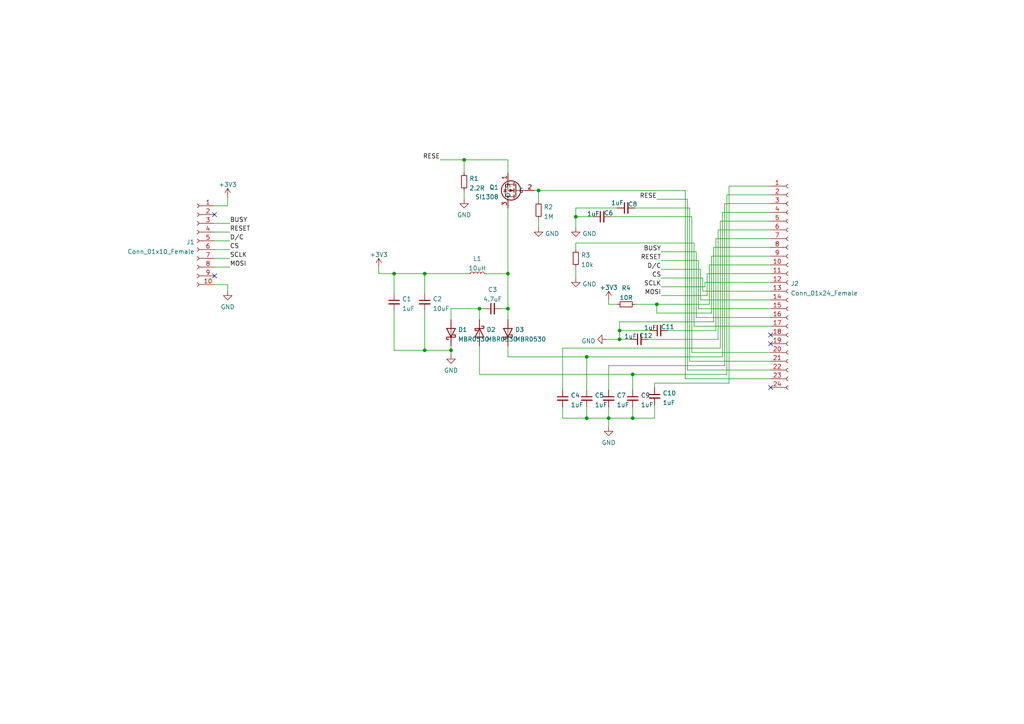
<source format=kicad_sch>
(kicad_sch (version 20210621) (generator eeschema)
  (paper "A4")
  (title_block (title "TipperTF - epaper daughter board") (date "2021-03-18") (rev "v1.0") (comment 1 "Licensed under CERN-OHL-P v2") (comment 2 "(c) weteor") (comment 3 "2021"))
  (lib_symbols
    (symbol "Connector:Conn_01x10_Female" (pin_names (offset 1.016) hide)
      (property "Reference" "J" (at 0 12.7 0))
      (property "Value" "Conn_01x10_Female" (at 0 -15.24 0))
      (symbol "Conn_01x10_Female_1_1"
        (arc (start 0 -12.192) (end 0 -13.208) (radius (at 0 -12.7) (length 0.508) (angles 90.1 -90.1)) (stroke (width 0.1524)))
        (arc (start 0 -9.652) (end 0 -10.668) (radius (at 0 -10.16) (length 0.508) (angles 90.1 -90.1)) (stroke (width 0.1524)))
        (arc (start 0 -7.112) (end 0 -8.128) (radius (at 0 -7.62) (length 0.508) (angles 90.1 -90.1)) (stroke (width 0.1524)))
        (arc (start 0 -4.572) (end 0 -5.588) (radius (at 0 -5.08) (length 0.508) (angles 90.1 -90.1)) (stroke (width 0.1524)))
        (arc (start 0 -2.032) (end 0 -3.048) (radius (at 0 -2.54) (length 0.508) (angles 90.1 -90.1)) (stroke (width 0.1524)))
        (arc (start 0 0.508) (end 0 -0.508) (radius (at 0 0) (length 0.508) (angles 90.1 -90.1)) (stroke (width 0.1524)))
        (arc (start 0 3.048) (end 0 2.032) (radius (at 0 2.54) (length 0.508) (angles 90.1 -90.1)) (stroke (width 0.1524)))
        (arc (start 0 5.588) (end 0 4.572) (radius (at 0 5.08) (length 0.508) (angles 90.1 -90.1)) (stroke (width 0.1524)))
        (arc (start 0 8.128) (end 0 7.112) (radius (at 0 7.62) (length 0.508) (angles 90.1 -90.1)) (stroke (width 0.1524)))
        (arc (start 0 10.668) (end 0 9.652) (radius (at 0 10.16) (length 0.508) (angles 90.1 -90.1)) (stroke (width 0.1524)))
        (polyline (pts (xy -1.27 -12.7) (xy -0.508 -12.7)) (stroke (width 0.1524)))
        (polyline (pts (xy -1.27 -10.16) (xy -0.508 -10.16)) (stroke (width 0.1524)))
        (polyline (pts (xy -1.27 -7.62) (xy -0.508 -7.62)) (stroke (width 0.1524)))
        (polyline (pts (xy -1.27 -5.08) (xy -0.508 -5.08)) (stroke (width 0.1524)))
        (polyline (pts (xy -1.27 -2.54) (xy -0.508 -2.54)) (stroke (width 0.1524)))
        (polyline (pts (xy -1.27 0) (xy -0.508 0)) (stroke (width 0.1524)))
        (polyline (pts (xy -1.27 2.54) (xy -0.508 2.54)) (stroke (width 0.1524)))
        (polyline (pts (xy -1.27 5.08) (xy -0.508 5.08)) (stroke (width 0.1524)))
        (polyline (pts (xy -1.27 7.62) (xy -0.508 7.62)) (stroke (width 0.1524)))
        (polyline (pts (xy -1.27 10.16) (xy -0.508 10.16)) (stroke (width 0.1524)))
        (pin passive line (at -5.08 10.16 0) (length 3.81) (name "Pin_1") (number "1"))
        (pin passive line (at -5.08 -12.7 0) (length 3.81) (name "Pin_10") (number "10"))
        (pin passive line (at -5.08 7.62 0) (length 3.81) (name "Pin_2") (number "2"))
        (pin passive line (at -5.08 5.08 0) (length 3.81) (name "Pin_3") (number "3"))
        (pin passive line (at -5.08 2.54 0) (length 3.81) (name "Pin_4") (number "4"))
        (pin passive line (at -5.08 0 0) (length 3.81) (name "Pin_5") (number "5"))
        (pin passive line (at -5.08 -2.54 0) (length 3.81) (name "Pin_6") (number "6"))
        (pin passive line (at -5.08 -5.08 0) (length 3.81) (name "Pin_7") (number "7"))
        (pin passive line (at -5.08 -7.62 0) (length 3.81) (name "Pin_8") (number "8"))
        (pin passive line (at -5.08 -10.16 0) (length 3.81) (name "Pin_9") (number "9"))
      )
    )
    (symbol "Connector:Conn_01x24_Female" (pin_names (offset 1.016) hide)
      (property "Reference" "J" (at 0 30.48 0))
      (property "Value" "Conn_01x24_Female" (at 0 -33.02 0))
      (symbol "Conn_01x24_Female_1_1"
        (arc (start 0 -29.972) (end 0 -30.988) (radius (at 0 -30.48) (length 0.508) (angles 90.1 -90.1)) (stroke (width 0.1524)))
        (arc (start 0 -27.432) (end 0 -28.448) (radius (at 0 -27.94) (length 0.508) (angles 90.1 -90.1)) (stroke (width 0.1524)))
        (arc (start 0 -24.892) (end 0 -25.908) (radius (at 0 -25.4) (length 0.508) (angles 90.1 -90.1)) (stroke (width 0.1524)))
        (arc (start 0 -22.352) (end 0 -23.368) (radius (at 0 -22.86) (length 0.508) (angles 90.1 -90.1)) (stroke (width 0.1524)))
        (arc (start 0 -19.812) (end 0 -20.828) (radius (at 0 -20.32) (length 0.508) (angles 90.1 -90.1)) (stroke (width 0.1524)))
        (arc (start 0 -17.272) (end 0 -18.288) (radius (at 0 -17.78) (length 0.508) (angles 90.1 -90.1)) (stroke (width 0.1524)))
        (arc (start 0 -14.732) (end 0 -15.748) (radius (at 0 -15.24) (length 0.508) (angles 90.1 -90.1)) (stroke (width 0.1524)))
        (arc (start 0 -12.192) (end 0 -13.208) (radius (at 0 -12.7) (length 0.508) (angles 90.1 -90.1)) (stroke (width 0.1524)))
        (arc (start 0 -9.652) (end 0 -10.668) (radius (at 0 -10.16) (length 0.508) (angles 90.1 -90.1)) (stroke (width 0.1524)))
        (arc (start 0 -7.112) (end 0 -8.128) (radius (at 0 -7.62) (length 0.508) (angles 90.1 -90.1)) (stroke (width 0.1524)))
        (arc (start 0 -4.572) (end 0 -5.588) (radius (at 0 -5.08) (length 0.508) (angles 90.1 -90.1)) (stroke (width 0.1524)))
        (arc (start 0 -2.032) (end 0 -3.048) (radius (at 0 -2.54) (length 0.508) (angles 90.1 -90.1)) (stroke (width 0.1524)))
        (arc (start 0 0.508) (end 0 -0.508) (radius (at 0 0) (length 0.508) (angles 90.1 -90.1)) (stroke (width 0.1524)))
        (arc (start 0 3.048) (end 0 2.032) (radius (at 0 2.54) (length 0.508) (angles 90.1 -90.1)) (stroke (width 0.1524)))
        (arc (start 0 5.588) (end 0 4.572) (radius (at 0 5.08) (length 0.508) (angles 90.1 -90.1)) (stroke (width 0.1524)))
        (arc (start 0 8.128) (end 0 7.112) (radius (at 0 7.62) (length 0.508) (angles 90.1 -90.1)) (stroke (width 0.1524)))
        (arc (start 0 10.668) (end 0 9.652) (radius (at 0 10.16) (length 0.508) (angles 90.1 -90.1)) (stroke (width 0.1524)))
        (arc (start 0 13.208) (end 0 12.192) (radius (at 0 12.7) (length 0.508) (angles 90.1 -90.1)) (stroke (width 0.1524)))
        (arc (start 0 15.748) (end 0 14.732) (radius (at 0 15.24) (length 0.508) (angles 90.1 -90.1)) (stroke (width 0.1524)))
        (arc (start 0 18.288) (end 0 17.272) (radius (at 0 17.78) (length 0.508) (angles 90.1 -90.1)) (stroke (width 0.1524)))
        (arc (start 0 20.828) (end 0 19.812) (radius (at 0 20.32) (length 0.508) (angles 90.1 -90.1)) (stroke (width 0.1524)))
        (arc (start 0 23.368) (end 0 22.352) (radius (at 0 22.86) (length 0.508) (angles 90.1 -90.1)) (stroke (width 0.1524)))
        (arc (start 0 25.908) (end 0 24.892) (radius (at 0 25.4) (length 0.508) (angles 90.1 -90.1)) (stroke (width 0.1524)))
        (arc (start 0 28.448) (end 0 27.432) (radius (at 0 27.94) (length 0.508) (angles 90.1 -90.1)) (stroke (width 0.1524)))
        (polyline (pts (xy -1.27 -30.48) (xy -0.508 -30.48)) (stroke (width 0.1524)))
        (polyline (pts (xy -1.27 -27.94) (xy -0.508 -27.94)) (stroke (width 0.1524)))
        (polyline (pts (xy -1.27 -25.4) (xy -0.508 -25.4)) (stroke (width 0.1524)))
        (polyline (pts (xy -1.27 -22.86) (xy -0.508 -22.86)) (stroke (width 0.1524)))
        (polyline (pts (xy -1.27 -20.32) (xy -0.508 -20.32)) (stroke (width 0.1524)))
        (polyline (pts (xy -1.27 -17.78) (xy -0.508 -17.78)) (stroke (width 0.1524)))
        (polyline (pts (xy -1.27 -15.24) (xy -0.508 -15.24)) (stroke (width 0.1524)))
        (polyline (pts (xy -1.27 -12.7) (xy -0.508 -12.7)) (stroke (width 0.1524)))
        (polyline (pts (xy -1.27 -10.16) (xy -0.508 -10.16)) (stroke (width 0.1524)))
        (polyline (pts (xy -1.27 -7.62) (xy -0.508 -7.62)) (stroke (width 0.1524)))
        (polyline (pts (xy -1.27 -5.08) (xy -0.508 -5.08)) (stroke (width 0.1524)))
        (polyline (pts (xy -1.27 -2.54) (xy -0.508 -2.54)) (stroke (width 0.1524)))
        (polyline (pts (xy -1.27 0) (xy -0.508 0)) (stroke (width 0.1524)))
        (polyline (pts (xy -1.27 2.54) (xy -0.508 2.54)) (stroke (width 0.1524)))
        (polyline (pts (xy -1.27 5.08) (xy -0.508 5.08)) (stroke (width 0.1524)))
        (polyline (pts (xy -1.27 7.62) (xy -0.508 7.62)) (stroke (width 0.1524)))
        (polyline (pts (xy -1.27 10.16) (xy -0.508 10.16)) (stroke (width 0.1524)))
        (polyline (pts (xy -1.27 12.7) (xy -0.508 12.7)) (stroke (width 0.1524)))
        (polyline (pts (xy -1.27 15.24) (xy -0.508 15.24)) (stroke (width 0.1524)))
        (polyline (pts (xy -1.27 17.78) (xy -0.508 17.78)) (stroke (width 0.1524)))
        (polyline (pts (xy -1.27 20.32) (xy -0.508 20.32)) (stroke (width 0.1524)))
        (polyline (pts (xy -1.27 22.86) (xy -0.508 22.86)) (stroke (width 0.1524)))
        (polyline (pts (xy -1.27 25.4) (xy -0.508 25.4)) (stroke (width 0.1524)))
        (polyline (pts (xy -1.27 27.94) (xy -0.508 27.94)) (stroke (width 0.1524)))
        (pin passive line (at -5.08 27.94 0) (length 3.81) (name "Pin_1") (number "1"))
        (pin passive line (at -5.08 5.08 0) (length 3.81) (name "Pin_10") (number "10"))
        (pin passive line (at -5.08 2.54 0) (length 3.81) (name "Pin_11") (number "11"))
        (pin passive line (at -5.08 0 0) (length 3.81) (name "Pin_12") (number "12"))
        (pin passive line (at -5.08 -2.54 0) (length 3.81) (name "Pin_13") (number "13"))
        (pin passive line (at -5.08 -5.08 0) (length 3.81) (name "Pin_14") (number "14"))
        (pin passive line (at -5.08 -7.62 0) (length 3.81) (name "Pin_15") (number "15"))
        (pin passive line (at -5.08 -10.16 0) (length 3.81) (name "Pin_16") (number "16"))
        (pin passive line (at -5.08 -12.7 0) (length 3.81) (name "Pin_17") (number "17"))
        (pin passive line (at -5.08 -15.24 0) (length 3.81) (name "Pin_18") (number "18"))
        (pin passive line (at -5.08 -17.78 0) (length 3.81) (name "Pin_19") (number "19"))
        (pin passive line (at -5.08 25.4 0) (length 3.81) (name "Pin_2") (number "2"))
        (pin passive line (at -5.08 -20.32 0) (length 3.81) (name "Pin_20") (number "20"))
        (pin passive line (at -5.08 -22.86 0) (length 3.81) (name "Pin_21") (number "21"))
        (pin passive line (at -5.08 -25.4 0) (length 3.81) (name "Pin_22") (number "22"))
        (pin passive line (at -5.08 -27.94 0) (length 3.81) (name "Pin_23") (number "23"))
        (pin passive line (at -5.08 -30.48 0) (length 3.81) (name "Pin_24") (number "24"))
        (pin passive line (at -5.08 22.86 0) (length 3.81) (name "Pin_3") (number "3"))
        (pin passive line (at -5.08 20.32 0) (length 3.81) (name "Pin_4") (number "4"))
        (pin passive line (at -5.08 17.78 0) (length 3.81) (name "Pin_5") (number "5"))
        (pin passive line (at -5.08 15.24 0) (length 3.81) (name "Pin_6") (number "6"))
        (pin passive line (at -5.08 12.7 0) (length 3.81) (name "Pin_7") (number "7"))
        (pin passive line (at -5.08 10.16 0) (length 3.81) (name "Pin_8") (number "8"))
        (pin passive line (at -5.08 7.62 0) (length 3.81) (name "Pin_9") (number "9"))
      )
    )
    (symbol "Device:C_Small" (pin_numbers hide) (pin_names (offset 0.254) hide)
      (property "Reference" "C" (at 0.254 1.778 0))
      (property "Value" "C_Small" (at 0.254 -2.032 0))
      (symbol "C_Small_0_1"
        (polyline (pts (xy -1.524 -0.508) (xy 1.524 -0.508)) (stroke (width 0.3302)))
        (polyline (pts (xy -1.524 0.508) (xy 1.524 0.508)) (stroke (width 0.3048)))
      )
      (symbol "C_Small_1_1"
        (pin passive line (at 0 2.54 270) (length 2.032) (name "~") (number "1"))
        (pin passive line (at 0 -2.54 90) (length 2.032) (name "~") (number "2"))
      )
    )
    (symbol "Device:L_Small" (pin_numbers hide) (pin_names (offset 0.254) hide)
      (property "Reference" "L" (at 0.762 1.016 0))
      (property "Value" "L_Small" (at 0.762 -1.016 0))
      (symbol "L_Small_0_1"
        (arc (start 0 -2.032) (end 0 -1.016) (radius (at 0 -1.524) (length 0.508) (angles -89.9 89.9)))
        (arc (start 0 -1.016) (end 0 0) (radius (at 0 -0.508) (length 0.508) (angles -89.9 89.9)))
        (arc (start 0 0) (end 0 1.016) (radius (at 0 0.508) (length 0.508) (angles -89.9 89.9)))
        (arc (start 0 1.016) (end 0 2.032) (radius (at 0 1.524) (length 0.508) (angles -89.9 89.9)))
      )
      (symbol "L_Small_1_1"
        (pin passive line (at 0 2.54 270) (length 0.508) (name "~") (number "1"))
        (pin passive line (at 0 -2.54 90) (length 0.508) (name "~") (number "2"))
      )
    )
    (symbol "Device:R_Small" (pin_numbers hide) (pin_names (offset 0.254) hide)
      (property "Reference" "R" (at 0.762 0.508 0))
      (property "Value" "R_Small" (at 0.762 -1.016 0))
      (symbol "R_Small_0_1"
        (rectangle (start -0.762 1.778) (end 0.762 -1.778) (stroke (width 0.2032)))
      )
      (symbol "R_Small_1_1"
        (pin passive line (at 0 2.54 270) (length 0.762) (name "~") (number "1"))
        (pin passive line (at 0 -2.54 90) (length 0.762) (name "~") (number "2"))
      )
    )
    (symbol "Diode:MBR0530" (pin_numbers hide) (pin_names (offset 1.016) hide)
      (property "Reference" "D" (at 0 2.54 0))
      (property "Value" "MBR0530" (at 0 -2.54 0))
      (symbol "MBR0530_0_1"
        (polyline (pts (xy 1.27 0) (xy -1.27 0)))
        (polyline (pts (xy 1.27 1.27) (xy 1.27 -1.27) (xy -1.27 0) (xy 1.27 1.27)) (stroke (width 0.254)))
        (polyline (pts (xy -1.905 0.635) (xy -1.905 1.27) (xy -1.27 1.27) (xy -1.27 -1.27) (xy -0.635 -1.27) (xy -0.635 -0.635)) (stroke (width 0.254)))
      )
      (symbol "MBR0530_1_1"
        (pin passive line (at -3.81 0 0) (length 2.54) (name "K") (number "1"))
        (pin passive line (at 3.81 0 180) (length 2.54) (name "A") (number "2"))
      )
    )
    (symbol "power:+3.3V" (power) (pin_names (offset 0))
      (property "Value" "+3.3V" (at 0 3.556 0))
      (symbol "+3.3V_0_1"
        (polyline (pts (xy -0.762 1.27) (xy 0 2.54)))
        (polyline (pts (xy 0 0) (xy 0 2.54)))
        (polyline (pts (xy 0 2.54) (xy 0.762 1.27)))
      )
      (symbol "+3.3V_1_1"
        (pin power_in line (at 0 0 90) (length 0) hide (name "+3V3") (number "1"))
      )
    )
    (symbol "power:GND" (power) (pin_names (offset 0))
      (property "Value" "GND" (at 0 -3.81 0))
      (symbol "GND_0_1"
        (polyline (pts (xy 0 0) (xy 0 -1.27) (xy 1.27 -1.27) (xy 0 -2.54) (xy -1.27 -1.27) (xy 0 -1.27)))
      )
      (symbol "GND_1_1"
        (pin power_in line (at 0 0 270) (length 0) hide (name "GND") (number "1"))
      )
    )
    (symbol "weteor:SI1308"
      (property "Reference" "Q" (at 3.81 5.08 0))
      (property "Value" "SI1308" (at 6.35 2.54 0))
      (symbol "SI1308_0_1"
        (circle (center 0.381 0) (radius 2.794) (stroke (width 0.254)))
        (circle (center 1.27 -1.778) (radius 0.254) (fill (type outline)))
        (circle (center 1.27 1.778) (radius 0.254) (fill (type outline)))
        (polyline (pts (xy -1.016 0) (xy -3.81 0)))
        (polyline (pts (xy -1.016 1.905) (xy -1.016 -1.905)) (stroke (width 0.254)))
        (polyline (pts (xy -0.508 -1.27) (xy -0.508 -2.286)) (stroke (width 0.254)))
        (polyline (pts (xy -0.508 0.508) (xy -0.508 -0.508)) (stroke (width 0.254)))
        (polyline (pts (xy -0.508 2.286) (xy -0.508 1.27)) (stroke (width 0.254)))
        (polyline (pts (xy 1.27 2.54) (xy 1.27 1.778)))
        (polyline (pts (xy 1.27 -2.54) (xy 1.27 0) (xy -0.508 0)))
        (polyline (pts (xy -0.508 -1.778) (xy 2.032 -1.778) (xy 2.032 1.778) (xy -0.508 1.778)))
        (polyline (pts (xy 1.524 0.508) (xy 1.651 0.381) (xy 2.413 0.381) (xy 2.54 0.254)))
        (polyline (pts (xy 2.032 0.381) (xy 1.651 -0.254) (xy 2.413 -0.254) (xy 2.032 0.381)))
        (polyline (pts (xy -0.254 0) (xy 0.762 0.381) (xy 0.762 -0.381) (xy -0.254 0)) (fill (type outline)))
      )
      (symbol "SI1308_1_1"
        (pin passive line (at 1.27 -5.08 90) (length 2.54) (name "S") (number "1"))
        (pin input line (at -6.35 0 0) (length 2.54) (name "G") (number "2"))
        (pin passive line (at 1.27 5.08 270) (length 2.54) (name "D") (number "3"))
      )
    )
  )
  (junction (at 114.3 79.375))
  (junction (at 123.19 79.375))
  (junction (at 123.19 101.6))
  (junction (at 130.81 101.6))
  (junction (at 134.62 46.355))
  (junction (at 139.065 89.535))
  (junction (at 147.32 79.375))
  (junction (at 147.32 89.535))
  (junction (at 156.21 55.245))
  (junction (at 167.005 62.865))
  (junction (at 170.18 103.505))
  (junction (at 170.18 121.285))
  (junction (at 176.53 121.285))
  (junction (at 179.705 95.885))
  (junction (at 179.705 98.425))
  (junction (at 183.515 108.585))
  (junction (at 183.515 121.285))
  (junction (at 190.5 88.265))
  (no_connect (at 62.23 62.23))
  (no_connect (at 62.23 80.01))
  (no_connect (at 223.52 97.155))
  (no_connect (at 223.52 99.695))
  (no_connect (at 223.52 112.395))
  (wire (pts (xy 62.23 59.69) (xy 66.04 59.69)))
  (wire (pts (xy 62.23 64.77) (xy 66.675 64.77)))
  (wire (pts (xy 62.23 67.31) (xy 66.675 67.31)))
  (wire (pts (xy 62.23 69.85) (xy 66.675 69.85)))
  (wire (pts (xy 62.23 72.39) (xy 66.675 72.39)))
  (wire (pts (xy 62.23 74.93) (xy 66.675 74.93)))
  (wire (pts (xy 62.23 77.47) (xy 66.675 77.47)))
  (wire (pts (xy 62.23 82.55) (xy 66.04 82.55)))
  (wire (pts (xy 66.04 57.15) (xy 66.04 59.69)))
  (wire (pts (xy 66.04 82.55) (xy 66.04 84.455)))
  (wire (pts (xy 109.855 77.47) (xy 109.855 79.375)))
  (wire (pts (xy 109.855 79.375) (xy 114.3 79.375)))
  (wire (pts (xy 114.3 79.375) (xy 123.19 79.375)))
  (wire (pts (xy 114.3 85.09) (xy 114.3 79.375)))
  (wire (pts (xy 114.3 90.17) (xy 114.3 101.6)))
  (wire (pts (xy 114.3 101.6) (xy 123.19 101.6)))
  (wire (pts (xy 123.19 79.375) (xy 135.89 79.375)))
  (wire (pts (xy 123.19 85.09) (xy 123.19 79.375)))
  (wire (pts (xy 123.19 90.17) (xy 123.19 101.6)))
  (wire (pts (xy 123.19 101.6) (xy 130.81 101.6)))
  (wire (pts (xy 127.635 46.355) (xy 134.62 46.355)))
  (wire (pts (xy 130.81 89.535) (xy 130.81 92.71)))
  (wire (pts (xy 130.81 100.33) (xy 130.81 101.6)))
  (wire (pts (xy 130.81 101.6) (xy 130.81 102.87)))
  (wire (pts (xy 134.62 46.355) (xy 134.62 50.165)))
  (wire (pts (xy 134.62 46.355) (xy 147.32 46.355)))
  (wire (pts (xy 134.62 55.245) (xy 134.62 57.785)))
  (wire (pts (xy 139.065 89.535) (xy 130.81 89.535)))
  (wire (pts (xy 139.065 89.535) (xy 139.065 92.71)))
  (wire (pts (xy 139.065 89.535) (xy 140.335 89.535)))
  (wire (pts (xy 139.065 108.585) (xy 139.065 100.33)))
  (wire (pts (xy 140.97 79.375) (xy 147.32 79.375)))
  (wire (pts (xy 145.415 89.535) (xy 147.32 89.535)))
  (wire (pts (xy 147.32 50.165) (xy 147.32 46.355)))
  (wire (pts (xy 147.32 60.325) (xy 147.32 79.375)))
  (wire (pts (xy 147.32 79.375) (xy 147.32 89.535)))
  (wire (pts (xy 147.32 92.71) (xy 147.32 89.535)))
  (wire (pts (xy 147.32 103.505) (xy 147.32 100.33)))
  (wire (pts (xy 154.94 55.245) (xy 156.21 55.245)))
  (wire (pts (xy 156.21 55.245) (xy 156.21 58.42)))
  (wire (pts (xy 156.21 55.245) (xy 198.755 55.245)))
  (wire (pts (xy 156.21 63.5) (xy 156.21 66.04)))
  (wire (pts (xy 163.195 100.965) (xy 163.195 113.03)))
  (wire (pts (xy 163.195 100.965) (xy 208.915 100.965)))
  (wire (pts (xy 163.195 118.11) (xy 163.195 121.285)))
  (wire (pts (xy 163.195 121.285) (xy 170.18 121.285)))
  (wire (pts (xy 167.005 60.325) (xy 167.005 62.865)))
  (wire (pts (xy 167.005 62.865) (xy 167.005 66.04)))
  (wire (pts (xy 167.005 62.865) (xy 172.085 62.865)))
  (wire (pts (xy 167.005 70.485) (xy 167.005 72.39)))
  (wire (pts (xy 167.005 70.485) (xy 201.295 70.485)))
  (wire (pts (xy 167.005 77.47) (xy 167.005 80.645)))
  (wire (pts (xy 170.18 103.505) (xy 147.32 103.505)))
  (wire (pts (xy 170.18 103.505) (xy 170.18 113.03)))
  (wire (pts (xy 170.18 103.505) (xy 209.55 103.505)))
  (wire (pts (xy 170.18 118.11) (xy 170.18 121.285)))
  (wire (pts (xy 170.18 121.285) (xy 176.53 121.285)))
  (wire (pts (xy 175.895 98.425) (xy 179.705 98.425)))
  (wire (pts (xy 176.53 86.995) (xy 176.53 88.265)))
  (wire (pts (xy 176.53 106.045) (xy 176.53 113.03)))
  (wire (pts (xy 176.53 106.045) (xy 210.185 106.045)))
  (wire (pts (xy 176.53 118.11) (xy 176.53 121.285)))
  (wire (pts (xy 176.53 121.285) (xy 176.53 123.825)))
  (wire (pts (xy 176.53 121.285) (xy 183.515 121.285)))
  (wire (pts (xy 177.165 62.865) (xy 200.66 62.865)))
  (wire (pts (xy 179.07 60.325) (xy 167.005 60.325)))
  (wire (pts (xy 179.07 88.265) (xy 176.53 88.265)))
  (wire (pts (xy 179.705 93.345) (xy 179.705 95.885)))
  (wire (pts (xy 179.705 93.345) (xy 207.01 93.345)))
  (wire (pts (xy 179.705 95.885) (xy 179.705 98.425)))
  (wire (pts (xy 179.705 95.885) (xy 188.595 95.885)))
  (wire (pts (xy 179.705 98.425) (xy 182.88 98.425)))
  (wire (pts (xy 183.515 108.585) (xy 139.065 108.585)))
  (wire (pts (xy 183.515 108.585) (xy 183.515 113.03)))
  (wire (pts (xy 183.515 108.585) (xy 210.82 108.585)))
  (wire (pts (xy 183.515 118.11) (xy 183.515 121.285)))
  (wire (pts (xy 183.515 121.285) (xy 189.865 121.285)))
  (wire (pts (xy 184.15 60.325) (xy 200.025 60.325)))
  (wire (pts (xy 184.15 88.265) (xy 190.5 88.265)))
  (wire (pts (xy 187.96 98.425) (xy 208.28 98.425)))
  (wire (pts (xy 189.865 111.125) (xy 189.865 112.395)))
  (wire (pts (xy 189.865 111.125) (xy 211.455 111.125)))
  (wire (pts (xy 189.865 121.285) (xy 189.865 117.475)))
  (wire (pts (xy 190.5 57.785) (xy 199.39 57.785)))
  (wire (pts (xy 190.5 88.265) (xy 205.74 88.265)))
  (wire (pts (xy 190.5 90.805) (xy 190.5 88.265)))
  (wire (pts (xy 190.5 90.805) (xy 206.375 90.805)))
  (wire (pts (xy 191.77 73.025) (xy 201.93 73.025)))
  (wire (pts (xy 191.77 75.565) (xy 202.565 75.565)))
  (wire (pts (xy 191.77 78.105) (xy 203.2 78.105)))
  (wire (pts (xy 191.77 80.645) (xy 203.835 80.645)))
  (wire (pts (xy 191.77 83.185) (xy 204.47 83.185)))
  (wire (pts (xy 191.77 85.725) (xy 205.105 85.725)))
  (wire (pts (xy 193.675 95.885) (xy 207.645 95.885)))
  (wire (pts (xy 198.755 109.855) (xy 198.755 55.245)))
  (wire (pts (xy 199.39 57.785) (xy 199.39 107.315)))
  (wire (pts (xy 199.39 107.315) (xy 223.52 107.315)))
  (wire (pts (xy 200.025 104.775) (xy 200.025 60.325)))
  (wire (pts (xy 200.66 62.865) (xy 200.66 102.235)))
  (wire (pts (xy 200.66 102.235) (xy 223.52 102.235)))
  (wire (pts (xy 201.295 94.615) (xy 201.295 70.485)))
  (wire (pts (xy 201.93 73.025) (xy 201.93 92.075)))
  (wire (pts (xy 201.93 92.075) (xy 223.52 92.075)))
  (wire (pts (xy 202.565 89.535) (xy 202.565 75.565)))
  (wire (pts (xy 203.2 78.105) (xy 203.2 86.995)))
  (wire (pts (xy 203.2 86.995) (xy 223.52 86.995)))
  (wire (pts (xy 203.835 84.455) (xy 203.835 80.645)))
  (wire (pts (xy 204.47 81.915) (xy 223.52 81.915)))
  (wire (pts (xy 204.47 83.185) (xy 204.47 81.915)))
  (wire (pts (xy 205.105 79.375) (xy 205.105 85.725)))
  (wire (pts (xy 205.74 76.835) (xy 223.52 76.835)))
  (wire (pts (xy 205.74 88.265) (xy 205.74 76.835)))
  (wire (pts (xy 206.375 74.295) (xy 206.375 90.805)))
  (wire (pts (xy 207.01 71.755) (xy 223.52 71.755)))
  (wire (pts (xy 207.01 93.345) (xy 207.01 71.755)))
  (wire (pts (xy 207.645 69.215) (xy 207.645 95.885)))
  (wire (pts (xy 208.28 66.675) (xy 223.52 66.675)))
  (wire (pts (xy 208.28 98.425) (xy 208.28 66.675)))
  (wire (pts (xy 208.915 64.135) (xy 208.915 100.965)))
  (wire (pts (xy 209.55 61.595) (xy 223.52 61.595)))
  (wire (pts (xy 209.55 103.505) (xy 209.55 61.595)))
  (wire (pts (xy 210.185 59.055) (xy 223.52 59.055)))
  (wire (pts (xy 210.185 106.045) (xy 210.185 59.055)))
  (wire (pts (xy 210.82 56.515) (xy 210.82 108.585)))
  (wire (pts (xy 211.455 53.975) (xy 223.52 53.975)))
  (wire (pts (xy 211.455 111.125) (xy 211.455 53.975)))
  (wire (pts (xy 223.52 56.515) (xy 210.82 56.515)))
  (wire (pts (xy 223.52 64.135) (xy 208.915 64.135)))
  (wire (pts (xy 223.52 69.215) (xy 207.645 69.215)))
  (wire (pts (xy 223.52 74.295) (xy 206.375 74.295)))
  (wire (pts (xy 223.52 79.375) (xy 205.105 79.375)))
  (wire (pts (xy 223.52 84.455) (xy 203.835 84.455)))
  (wire (pts (xy 223.52 89.535) (xy 202.565 89.535)))
  (wire (pts (xy 223.52 94.615) (xy 201.295 94.615)))
  (wire (pts (xy 223.52 104.775) (xy 200.025 104.775)))
  (wire (pts (xy 223.52 109.855) (xy 198.755 109.855)))
  (label "BUSY" (at 66.675 64.77 0))
  (label "RESET" (at 66.675 67.31 0))
  (label "D{slash}C" (at 66.675 69.85 0))
  (label "CS" (at 66.675 72.39 0))
  (label "SCLK" (at 66.675 74.93 0))
  (label "MOSI" (at 66.675 77.47 0))
  (label "RESE" (at 127.635 46.355 180))
  (label "RESE" (at 190.5 57.785 180))
  (label "BUSY" (at 191.77 73.025 180))
  (label "RESET" (at 191.77 75.565 180))
  (label "D{slash}C" (at 191.77 78.105 180))
  (label "CS" (at 191.77 80.645 180))
  (label "SCLK" (at 191.77 83.185 180))
  (label "MOSI" (at 191.77 85.725 180))
  (symbol (lib_id "power:+3.3V") (at 66.04 57.15 0) (unit 1)
    (property "Reference" "#PWR0110" (effects hide))
    (property "Value" "+3.3V" (at 66.04 53.5454 0))
  )
  (symbol (lib_id "power:+3.3V") (at 109.855 77.47 0) (unit 1)
    (property "Reference" "#PWR0109" (effects hide))
    (property "Value" "+3.3V" (at 109.855 73.8654 0))
  )
  (symbol (lib_id "power:+3.3V") (at 176.53 86.995 0) (unit 1)
    (property "Reference" "#PWR0105" (effects hide))
    (property "Value" "+3.3V" (at 176.53 83.3904 0))
  )
  (symbol (lib_id "Device:L_Small") (at 138.43 79.375 90) (unit 1)
    (property "Reference" "L1" (at 138.43 75.0274 90))
    (property "Value" "10uH" (at 138.43 77.8025 90))
    (property "Footprint" "Inductor_SMD:L_0603_1608Metric" (effects hide))
  )
  (symbol (lib_id "power:GND") (at 66.04 84.455 0) (unit 1)
    (property "Reference" "#PWR0111" (effects hide))
    (property "Value" "GND" (at 66.04 89.0176 0))
  )
  (symbol (lib_id "power:GND") (at 130.81 102.87 0) (unit 1)
    (property "Reference" "#PWR0103" (effects hide))
    (property "Value" "GND" (at 130.81 107.4326 0))
  )
  (symbol (lib_id "power:GND") (at 134.62 57.785 0) (unit 1)
    (property "Reference" "#PWR0104" (effects hide))
    (property "Value" "GND" (at 134.62 62.3476 0))
  )
  (symbol (lib_id "power:GND") (at 156.21 66.04 0) (unit 1)
    (property "Reference" "#PWR0107" (effects hide))
    (property "Value" "GND" (at 158.1151 67.789 0) (effects (justify left)))
  )
  (symbol (lib_id "power:GND") (at 167.005 66.04 0) (unit 1)
    (property "Reference" "#PWR0106" (effects hide))
    (property "Value" "GND" (at 168.9101 67.789 0) (effects (justify left)))
  )
  (symbol (lib_id "power:GND") (at 167.005 80.645 0) (unit 1)
    (property "Reference" "#PWR0108" (effects hide))
    (property "Value" "GND" (at 168.9101 82.394 0) (effects (justify left)))
  )
  (symbol (lib_id "power:GND") (at 175.895 98.425 270) (unit 1)
    (property "Reference" "#PWR0102" (effects hide))
    (property "Value" "GND" (at 172.72 98.904 90) (effects (justify right)))
  )
  (symbol (lib_id "power:GND") (at 176.53 123.825 0) (unit 1)
    (property "Reference" "#PWR0101" (effects hide))
    (property "Value" "GND" (at 176.53 128.3876 0))
  )
  (symbol (lib_id "Device:R_Small") (at 134.62 52.705 0) (unit 1)
    (property "Reference" "R1" (at 136.1187 51.7965 0) (effects (justify left)))
    (property "Value" "2.2R" (at 136.1187 54.5716 0) (effects (justify left)))
    (property "Footprint" "Resistor_SMD:R_0603_1608Metric" (effects hide))
  )
  (symbol (lib_id "Device:R_Small") (at 156.21 60.96 180) (unit 1)
    (property "Reference" "R2" (at 157.7087 60.0515 0) (effects (justify right)))
    (property "Value" "1M" (at 157.7087 62.8266 0) (effects (justify right)))
    (property "Footprint" "Resistor_SMD:R_0603_1608Metric" (effects hide))
  )
  (symbol (lib_id "Device:R_Small") (at 167.005 74.93 180) (unit 1)
    (property "Reference" "R3" (at 168.5037 74.0215 0) (effects (justify right)))
    (property "Value" "10k" (at 168.5037 76.7966 0) (effects (justify right)))
    (property "Footprint" "Resistor_SMD:R_0603_1608Metric" (effects hide))
  )
  (symbol (lib_id "Device:R_Small") (at 181.61 88.265 270) (unit 1)
    (property "Reference" "R4" (at 181.61 83.5618 90))
    (property "Value" "10R" (at 181.61 86.3369 90))
    (property "Footprint" "Resistor_SMD:R_0603_1608Metric" (effects hide))
  )
  (symbol (lib_id "Device:C_Small") (at 114.3 87.63 0) (unit 1)
    (property "Reference" "C1" (at 116.6242 86.7215 0) (effects (justify left)))
    (property "Value" "1uF" (at 116.6242 89.4966 0) (effects (justify left)))
    (property "Footprint" "Capacitor_SMD:C_0603_1608Metric" (effects hide))
  )
  (symbol (lib_id "Device:C_Small") (at 123.19 87.63 0) (unit 1)
    (property "Reference" "C2" (at 125.5142 86.7215 0) (effects (justify left)))
    (property "Value" "10uF" (at 125.5142 89.4966 0) (effects (justify left)))
    (property "Footprint" "Capacitor_SMD:C_0603_1608Metric" (effects hide))
  )
  (symbol (lib_id "Device:C_Small") (at 142.875 89.535 90) (unit 1)
    (property "Reference" "C3" (at 142.875 84.0063 90))
    (property "Value" "4.7uF" (at 142.875 86.7814 90))
    (property "Footprint" "Capacitor_SMD:C_0603_1608Metric" (effects hide))
  )
  (symbol (lib_id "Device:C_Small") (at 163.195 115.57 0) (unit 1)
    (property "Reference" "C4" (at 165.5192 114.6615 0) (effects (justify left)))
    (property "Value" "1uF" (at 165.5192 117.4366 0) (effects (justify left)))
    (property "Footprint" "Capacitor_SMD:C_0603_1608Metric" (effects hide))
  )
  (symbol (lib_id "Device:C_Small") (at 170.18 115.57 0) (unit 1)
    (property "Reference" "C5" (at 172.5042 114.6615 0) (effects (justify left)))
    (property "Value" "1uF" (at 172.5042 117.4366 0) (effects (justify left)))
    (property "Footprint" "Capacitor_SMD:C_0603_1608Metric" (effects hide))
  )
  (symbol (lib_id "Device:C_Small") (at 174.625 62.865 90) (unit 1)
    (property "Reference" "C6" (at 176.53 61.7813 90))
    (property "Value" "1uF" (at 172.085 62.0164 90))
    (property "Footprint" "Capacitor_SMD:C_0603_1608Metric" (effects hide))
  )
  (symbol (lib_id "Device:C_Small") (at 176.53 115.57 0) (unit 1)
    (property "Reference" "C7" (at 178.8542 114.6615 0) (effects (justify left)))
    (property "Value" "1uF" (at 178.8542 117.4366 0) (effects (justify left)))
    (property "Footprint" "Capacitor_SMD:C_0603_1608Metric" (effects hide))
  )
  (symbol (lib_id "Device:C_Small") (at 181.61 60.325 90) (unit 1)
    (property "Reference" "C8" (at 183.515 59.2413 90))
    (property "Value" "1uF" (at 179.07 58.8414 90))
    (property "Footprint" "Capacitor_SMD:C_0603_1608Metric" (effects hide))
  )
  (symbol (lib_id "Device:C_Small") (at 183.515 115.57 0) (unit 1)
    (property "Reference" "C9" (at 185.8392 114.6615 0) (effects (justify left)))
    (property "Value" "1uF" (at 185.8392 117.4366 0) (effects (justify left)))
    (property "Footprint" "Capacitor_SMD:C_0603_1608Metric" (effects hide))
  )
  (symbol (lib_id "Device:C_Small") (at 185.42 98.425 90) (unit 1)
    (property "Reference" "C12" (at 187.325 97.3413 90))
    (property "Value" "1uF" (at 182.88 97.5764 90))
    (property "Footprint" "Capacitor_SMD:C_0603_1608Metric" (effects hide))
  )
  (symbol (lib_id "Device:C_Small") (at 189.865 114.935 0) (unit 1)
    (property "Reference" "C10" (at 192.1892 114.0265 0) (effects (justify left)))
    (property "Value" "1uF" (at 192.1892 116.8016 0) (effects (justify left)))
    (property "Footprint" "Capacitor_SMD:C_0603_1608Metric" (effects hide))
  )
  (symbol (lib_id "Device:C_Small") (at 191.135 95.885 90) (unit 1)
    (property "Reference" "C11" (at 193.675 94.8013 90))
    (property "Value" "1uF" (at 188.595 95.0364 90))
    (property "Footprint" "Capacitor_SMD:C_0603_1608Metric" (effects hide))
  )
  (symbol (lib_id "Diode:MBR0530") (at 130.81 96.52 90) (unit 1)
    (property "Reference" "D1" (at 132.8421 95.6115 90) (effects (justify right)))
    (property "Value" "MBR0530" (at 132.8421 98.3866 90) (effects (justify right)))
    (property "Footprint" "Diode_SMD:D_SOD-123" (effects hide))
    (property "Datasheet" "http://www.mccsemi.com/up_pdf/MBR0520~MBR0580(SOD123).pdf" (effects hide))
  )
  (symbol (lib_id "Diode:MBR0530") (at 139.065 96.52 270) (unit 1)
    (property "Reference" "D2" (at 141.0971 95.6115 90) (effects (justify left)))
    (property "Value" "MBR0530" (at 141.0971 98.3866 90) (effects (justify left)))
    (property "Footprint" "Diode_SMD:D_SOD-123" (effects hide))
    (property "Datasheet" "http://www.mccsemi.com/up_pdf/MBR0520~MBR0580(SOD123).pdf" (effects hide))
  )
  (symbol (lib_id "Diode:MBR0530") (at 147.32 96.52 90) (unit 1)
    (property "Reference" "D3" (at 149.3521 95.6115 90) (effects (justify right)))
    (property "Value" "MBR0530" (at 149.3521 98.3866 90) (effects (justify right)))
    (property "Footprint" "Diode_SMD:D_SOD-123" (effects hide))
    (property "Datasheet" "http://www.mccsemi.com/up_pdf/MBR0520~MBR0580(SOD123).pdf" (effects hide))
  )
  (symbol (lib_id "weteor:SI1308") (at 148.59 55.245 180) (unit 1)
    (property "Reference" "Q1" (at 144.6529 54.3365 0) (effects (justify left)))
    (property "Value" "SI1308" (at 144.6529 57.1116 0) (effects (justify left)))
    (property "Footprint" "Package_TO_SOT_SMD:SOT-323_SC-70" (effects hide))
  )
  (symbol (lib_id "Connector:Conn_01x10_Female") (at 57.15 69.85 0) (mirror y) (unit 1)
    (property "Reference" "J1" (at 56.4387 70.2115 0) (effects (justify left)))
    (property "Value" "Conn_01x10_Female" (at 56.4387 72.9866 0) (effects (justify left)))
    (property "Footprint" "weteor:FCC 1x10 - JUSHUO AFC01-S10FCA-00" (effects hide))
  )
  (symbol (lib_id "Connector:Conn_01x24_Female") (at 228.6 81.915 0) (unit 1)
    (property "Reference" "J2" (at 229.3113 82.2765 0) (effects (justify left)))
    (property "Value" "Conn_01x24_Female" (at 229.3113 85.0516 0) (effects (justify left)))
    (property "Footprint" "Connector_FFC-FPC:TE_2-1734839-4_1x24-1MP_P0.5mm_Horizontal" (effects hide))
  )
)
</source>
